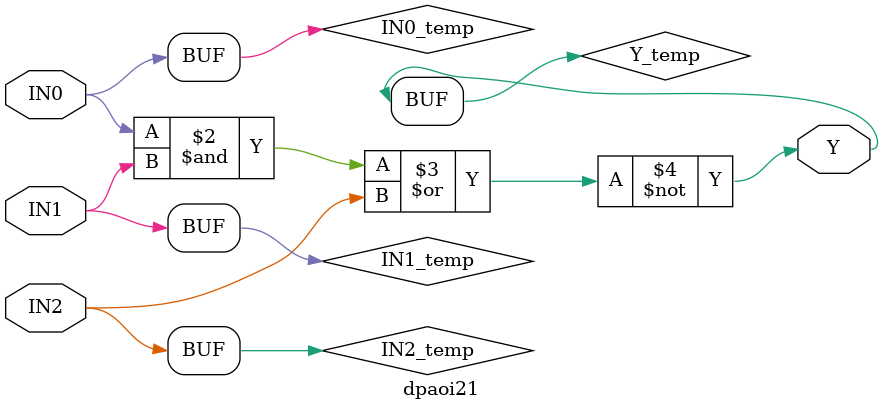
<source format=v>
module dpaoi21(IN0,IN1,IN2,Y);
  parameter BIT = 0;
  parameter COLINST = "0";
  parameter GROUP = "dpath1";
  parameter
        d_IN0_r = 0,
        d_IN0_f = 0,
        d_IN1_r = 0,
        d_IN1_f = 0,
        d_IN2_r = 0,
        d_IN2_f = 0,
        d_Y_r = 1,
        d_Y_f = 1;
  input  IN0;
  input  IN1;
  input  IN2;
  output  Y;
  wire  IN0_temp;
  wire  IN1_temp;
  wire  IN2_temp;
  reg  Y_temp;
  assign #(d_IN0_r,d_IN0_f) IN0_temp = IN0;
  assign #(d_IN1_r,d_IN1_f) IN1_temp = IN1;
  assign #(d_IN2_r,d_IN2_f) IN2_temp = IN2;
  assign #(d_Y_r,d_Y_f) Y = Y_temp;
  always
    @(IN0_temp or IN1_temp or IN2_temp)
      Y_temp = ( ~ ((IN0_temp & IN1_temp) | IN2_temp));
endmodule

</source>
